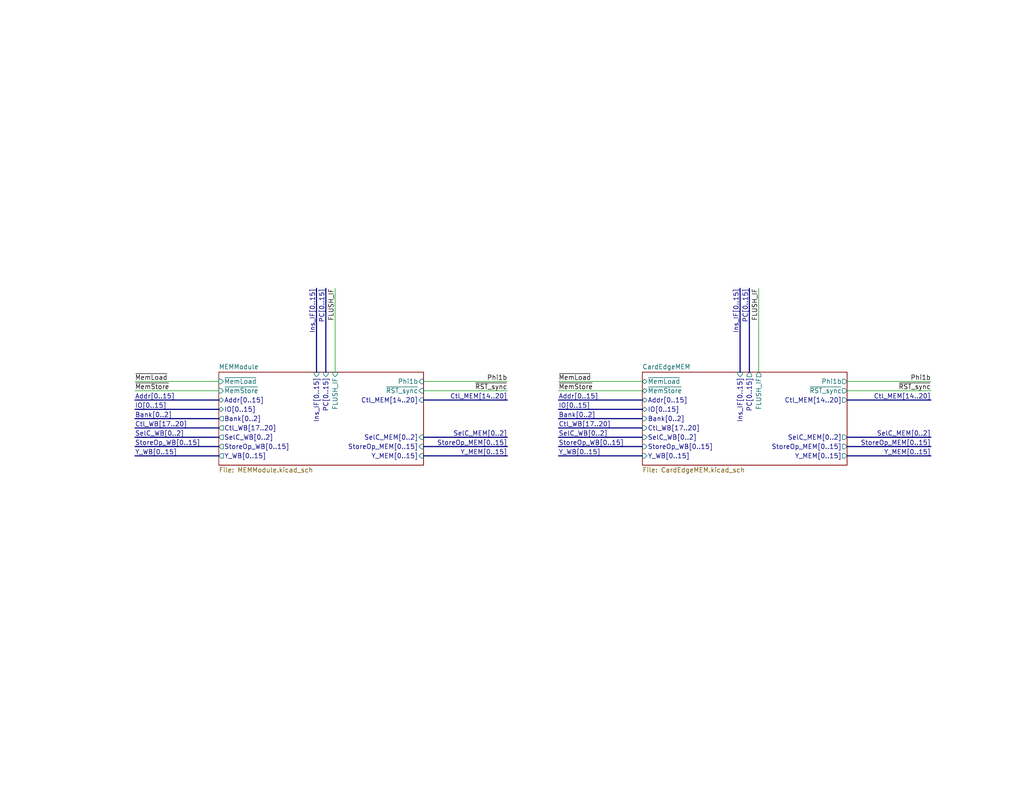
<source format=kicad_sch>
(kicad_sch
	(version 20250114)
	(generator "eeschema")
	(generator_version "9.0")
	(uuid "0734fc7f-a6cc-4e6e-9f39-47607536bc96")
	(paper "USLetter")
	(title_block
		(date "2025-07-22")
		(rev "A")
	)
	(lib_symbols)
	(bus
		(pts
			(xy 59.69 124.46) (xy 36.83 124.46)
		)
		(stroke
			(width 0)
			(type default)
		)
		(uuid "03b38c57-9822-4cb4-8eaf-67e8053bdea4")
	)
	(bus
		(pts
			(xy 138.43 121.92) (xy 115.57 121.92)
		)
		(stroke
			(width 0)
			(type default)
		)
		(uuid "047d5ef0-b0a7-46ba-9985-9038aa310d90")
	)
	(bus
		(pts
			(xy 175.26 116.84) (xy 152.4 116.84)
		)
		(stroke
			(width 0)
			(type default)
		)
		(uuid "0b844819-ff67-43fa-9708-81dddb862402")
	)
	(wire
		(pts
			(xy 175.26 104.14) (xy 152.4 104.14)
		)
		(stroke
			(width 0)
			(type default)
		)
		(uuid "0d95965d-2fed-4bd9-884c-d1852159aa1d")
	)
	(bus
		(pts
			(xy 59.69 116.84) (xy 36.83 116.84)
		)
		(stroke
			(width 0)
			(type default)
		)
		(uuid "12d793ec-65ce-4707-a139-dff31ec891a0")
	)
	(bus
		(pts
			(xy 254 121.92) (xy 231.14 121.92)
		)
		(stroke
			(width 0)
			(type default)
		)
		(uuid "1e220a7f-c25b-443f-bf37-e7fd636ee74e")
	)
	(bus
		(pts
			(xy 138.43 109.22) (xy 115.57 109.22)
		)
		(stroke
			(width 0)
			(type default)
		)
		(uuid "23520f32-6b60-4fe1-aacd-adff2c86418a")
	)
	(bus
		(pts
			(xy 175.26 119.38) (xy 152.4 119.38)
		)
		(stroke
			(width 0)
			(type default)
		)
		(uuid "2d418040-40a0-4dbe-87a7-a765f9e89c77")
	)
	(bus
		(pts
			(xy 254 109.22) (xy 231.14 109.22)
		)
		(stroke
			(width 0)
			(type default)
		)
		(uuid "3029857d-c7f9-4d6c-b95d-4ae6fb772c73")
	)
	(wire
		(pts
			(xy 175.26 106.68) (xy 152.4 106.68)
		)
		(stroke
			(width 0)
			(type default)
		)
		(uuid "31dc4f65-e876-42d0-a0fc-00a44a597528")
	)
	(wire
		(pts
			(xy 254 106.68) (xy 231.14 106.68)
		)
		(stroke
			(width 0)
			(type default)
		)
		(uuid "38fba7ab-4267-49cd-91cf-ac4bd49d355f")
	)
	(bus
		(pts
			(xy 175.26 114.3) (xy 152.4 114.3)
		)
		(stroke
			(width 0)
			(type default)
		)
		(uuid "39b9a3af-ef43-4248-b152-a6a5a349348f")
	)
	(bus
		(pts
			(xy 175.26 121.92) (xy 152.4 121.92)
		)
		(stroke
			(width 0)
			(type default)
		)
		(uuid "3b231032-6063-450c-926b-b6431e266699")
	)
	(wire
		(pts
			(xy 59.69 106.68) (xy 36.83 106.68)
		)
		(stroke
			(width 0)
			(type default)
		)
		(uuid "509563f8-f49a-41bc-855b-8cbd6cca3bf5")
	)
	(bus
		(pts
			(xy 175.26 111.76) (xy 152.4 111.76)
		)
		(stroke
			(width 0)
			(type default)
		)
		(uuid "58cee836-919d-4c16-9b62-57b9d51374d6")
	)
	(wire
		(pts
			(xy 138.43 104.14) (xy 115.57 104.14)
		)
		(stroke
			(width 0)
			(type default)
		)
		(uuid "5d61dd70-3dd8-4a5a-9add-1cb2c77cf9c2")
	)
	(wire
		(pts
			(xy 254 104.14) (xy 231.14 104.14)
		)
		(stroke
			(width 0)
			(type default)
		)
		(uuid "646dbd51-c86a-4947-a67c-75e68e2e4934")
	)
	(wire
		(pts
			(xy 91.44 78.74) (xy 91.44 101.6)
		)
		(stroke
			(width 0)
			(type default)
		)
		(uuid "6da2ddf9-6b32-4f6c-b69a-880b044976a1")
	)
	(bus
		(pts
			(xy 88.9 101.6) (xy 88.9 78.74)
		)
		(stroke
			(width 0)
			(type default)
		)
		(uuid "8248f24a-ebda-4b04-a737-ba45ae42aecf")
	)
	(bus
		(pts
			(xy 59.69 111.76) (xy 36.83 111.76)
		)
		(stroke
			(width 0)
			(type default)
		)
		(uuid "85eaa0a5-d9c3-4fd2-b59c-d9bdb8b5992d")
	)
	(wire
		(pts
			(xy 59.69 104.14) (xy 36.83 104.14)
		)
		(stroke
			(width 0)
			(type default)
		)
		(uuid "88d05a8f-6834-4105-939c-604e0f80a90c")
	)
	(bus
		(pts
			(xy 59.69 109.22) (xy 36.83 109.22)
		)
		(stroke
			(width 0)
			(type default)
		)
		(uuid "9084d32e-1127-4ea4-9f58-d7a6cb004a59")
	)
	(bus
		(pts
			(xy 175.26 124.46) (xy 152.4 124.46)
		)
		(stroke
			(width 0)
			(type default)
		)
		(uuid "a06ad2e5-7dcd-4ef0-bfcf-ed8309544364")
	)
	(bus
		(pts
			(xy 175.26 109.22) (xy 152.4 109.22)
		)
		(stroke
			(width 0)
			(type default)
		)
		(uuid "a0ab355a-dee1-4818-adf8-b3947ac524b7")
	)
	(bus
		(pts
			(xy 204.47 101.6) (xy 204.47 78.74)
		)
		(stroke
			(width 0)
			(type default)
		)
		(uuid "aac4bc66-e292-48ea-bcb8-41c86057dff6")
	)
	(bus
		(pts
			(xy 254 124.46) (xy 231.14 124.46)
		)
		(stroke
			(width 0)
			(type default)
		)
		(uuid "afd8c6c3-c07d-4734-9004-8ece260a217d")
	)
	(wire
		(pts
			(xy 138.43 106.68) (xy 115.57 106.68)
		)
		(stroke
			(width 0)
			(type default)
		)
		(uuid "b5525105-4f41-49ce-8845-96f826e37b86")
	)
	(bus
		(pts
			(xy 59.69 114.3) (xy 36.83 114.3)
		)
		(stroke
			(width 0)
			(type default)
		)
		(uuid "bfa2dd93-9d47-43d5-838c-ad8284626611")
	)
	(bus
		(pts
			(xy 201.93 101.6) (xy 201.93 78.74)
		)
		(stroke
			(width 0)
			(type default)
		)
		(uuid "c1118790-c876-4354-b264-0e8185bbeed7")
	)
	(bus
		(pts
			(xy 59.69 121.92) (xy 36.83 121.92)
		)
		(stroke
			(width 0)
			(type default)
		)
		(uuid "c231b0c6-5a21-4373-89ac-7f2d35b975d5")
	)
	(bus
		(pts
			(xy 138.43 119.38) (xy 115.57 119.38)
		)
		(stroke
			(width 0)
			(type default)
		)
		(uuid "c5ffa8d9-70f4-4a4c-a44e-265651b9c436")
	)
	(bus
		(pts
			(xy 254 119.38) (xy 231.14 119.38)
		)
		(stroke
			(width 0)
			(type default)
		)
		(uuid "c86dc85d-7506-408a-8a20-b140bfe264c7")
	)
	(bus
		(pts
			(xy 86.36 101.6) (xy 86.36 78.74)
		)
		(stroke
			(width 0)
			(type default)
		)
		(uuid "d22c3e09-6723-4809-b716-09114628b177")
	)
	(bus
		(pts
			(xy 138.43 124.46) (xy 115.57 124.46)
		)
		(stroke
			(width 0)
			(type default)
		)
		(uuid "da39113f-81ed-4cbd-9851-70b72af4f2e5")
	)
	(wire
		(pts
			(xy 207.01 78.74) (xy 207.01 101.6)
		)
		(stroke
			(width 0)
			(type default)
		)
		(uuid "eaaf2262-6e42-4163-971f-9dc53bca5e83")
	)
	(bus
		(pts
			(xy 59.69 119.38) (xy 36.83 119.38)
		)
		(stroke
			(width 0)
			(type default)
		)
		(uuid "f5ef4b7e-1f50-478a-826e-3a337d083e73")
	)
	(label "FLUSH_IF"
		(at 91.44 78.74 270)
		(effects
			(font
				(size 1.27 1.27)
			)
			(justify right bottom)
		)
		(uuid "09d7beb8-c403-4a04-9b2d-be9fda091f18")
	)
	(label "SelC_MEM[0..2]"
		(at 138.43 119.38 180)
		(effects
			(font
				(size 1.27 1.27)
			)
			(justify right bottom)
		)
		(uuid "0b81e4a2-af07-4d15-a224-cc71dd024178")
	)
	(label "Ctl_MEM[14..20]"
		(at 254 109.22 180)
		(effects
			(font
				(size 1.27 1.27)
			)
			(justify right bottom)
		)
		(uuid "0bb46384-87a3-47e6-b423-a1481d9d8fda")
	)
	(label "Y_WB[0..15]"
		(at 36.83 124.46 0)
		(effects
			(font
				(size 1.27 1.27)
			)
			(justify left bottom)
		)
		(uuid "0cc3d77c-68e2-4d2e-95fd-8298e4d3c196")
	)
	(label "~{RST_sync}"
		(at 138.43 106.68 180)
		(effects
			(font
				(size 1.27 1.27)
			)
			(justify right bottom)
		)
		(uuid "1480e018-133c-4ede-8c9e-a59635be4456")
	)
	(label "~{MemLoad}"
		(at 152.4 104.14 0)
		(effects
			(font
				(size 1.27 1.27)
			)
			(justify left bottom)
		)
		(uuid "19f012bf-f1b3-4536-b274-0c41c41ce7e6")
	)
	(label "Y_MEM[0..15]"
		(at 254 124.46 180)
		(effects
			(font
				(size 1.27 1.27)
			)
			(justify right bottom)
		)
		(uuid "2c2cd5b2-13fa-4edd-a729-5a8bf9a80953")
	)
	(label "Ctl_MEM[14..20]"
		(at 138.43 109.22 180)
		(effects
			(font
				(size 1.27 1.27)
			)
			(justify right bottom)
		)
		(uuid "2d3150cd-6986-4643-96c9-381f0c12a609")
	)
	(label "Y_WB[0..15]"
		(at 152.4 124.46 0)
		(effects
			(font
				(size 1.27 1.27)
			)
			(justify left bottom)
		)
		(uuid "40469fc2-cac1-4c45-b764-b82906a43cc8")
	)
	(label "~{RST_sync}"
		(at 254 106.68 180)
		(effects
			(font
				(size 1.27 1.27)
			)
			(justify right bottom)
		)
		(uuid "442a4331-a8a8-47c4-a29d-cdf87d2ba873")
	)
	(label "Bank[0..2]"
		(at 36.83 114.3 0)
		(effects
			(font
				(size 1.27 1.27)
			)
			(justify left bottom)
		)
		(uuid "57dd1805-e9ef-475c-bcd5-3729177cb9d8")
	)
	(label "Phi1b"
		(at 254 104.14 180)
		(effects
			(font
				(size 1.27 1.27)
			)
			(justify right bottom)
		)
		(uuid "581d621b-6098-4067-a5f3-c883b08836e8")
	)
	(label "StoreOp_MEM[0..15]"
		(at 254 121.92 180)
		(effects
			(font
				(size 1.27 1.27)
			)
			(justify right bottom)
		)
		(uuid "62ada758-54c6-4906-82de-edba615f3321")
	)
	(label "SelC_MEM[0..2]"
		(at 254 119.38 180)
		(effects
			(font
				(size 1.27 1.27)
			)
			(justify right bottom)
		)
		(uuid "6435c91b-3fa0-4aef-af11-c884bec11ab7")
	)
	(label "~{MemStore}"
		(at 152.4 106.68 0)
		(effects
			(font
				(size 1.27 1.27)
			)
			(justify left bottom)
		)
		(uuid "67356ae9-4e88-408f-ab26-2315d73e51bc")
	)
	(label "Ctl_WB[17..20]"
		(at 152.4 116.84 0)
		(effects
			(font
				(size 1.27 1.27)
			)
			(justify left bottom)
		)
		(uuid "69793b82-9134-4b2b-802a-9030a9538d70")
	)
	(label "IO[0..15]"
		(at 152.4 111.76 0)
		(effects
			(font
				(size 1.27 1.27)
			)
			(justify left bottom)
		)
		(uuid "697a731d-8abf-4b12-bff8-991078fc3289")
	)
	(label "Ctl_WB[17..20]"
		(at 36.83 116.84 0)
		(effects
			(font
				(size 1.27 1.27)
			)
			(justify left bottom)
		)
		(uuid "705de7b9-888d-44ac-9f68-31c65ad34908")
	)
	(label "StoreOp_WB[0..15]"
		(at 152.4 121.92 0)
		(effects
			(font
				(size 1.27 1.27)
			)
			(justify left bottom)
		)
		(uuid "7437066d-981a-4a78-822b-2e2cb07b2d68")
	)
	(label "Addr[0..15]"
		(at 152.4 109.22 0)
		(effects
			(font
				(size 1.27 1.27)
			)
			(justify left bottom)
		)
		(uuid "7ef44ed8-9904-497f-8fc7-a2b4f904b418")
	)
	(label "~{MemStore}"
		(at 36.83 106.68 0)
		(effects
			(font
				(size 1.27 1.27)
			)
			(justify left bottom)
		)
		(uuid "830ea955-fe94-4c91-af5c-4b7b58842a95")
	)
	(label "StoreOp_MEM[0..15]"
		(at 138.43 121.92 180)
		(effects
			(font
				(size 1.27 1.27)
			)
			(justify right bottom)
		)
		(uuid "83312568-c8aa-44c1-96a7-6ec7939b186d")
	)
	(label "Ins_IF[0..15]"
		(at 201.93 78.74 270)
		(effects
			(font
				(size 1.27 1.27)
			)
			(justify right bottom)
		)
		(uuid "89548b8e-4ba5-4e7a-b668-5aad240285c4")
	)
	(label "FLUSH_IF"
		(at 207.01 78.74 270)
		(effects
			(font
				(size 1.27 1.27)
			)
			(justify right bottom)
		)
		(uuid "8a300bb5-c16a-47e0-a85a-f16506516552")
	)
	(label "Bank[0..2]"
		(at 152.4 114.3 0)
		(effects
			(font
				(size 1.27 1.27)
			)
			(justify left bottom)
		)
		(uuid "8a71dbcc-3fe1-4a14-b54e-43946b817527")
	)
	(label "~{MemLoad}"
		(at 36.83 104.14 0)
		(effects
			(font
				(size 1.27 1.27)
			)
			(justify left bottom)
		)
		(uuid "92e0b277-e959-428d-8faa-670308814a79")
	)
	(label "Addr[0..15]"
		(at 36.83 109.22 0)
		(effects
			(font
				(size 1.27 1.27)
			)
			(justify left bottom)
		)
		(uuid "9c452e3f-b58e-44b6-82ce-71cdc4c78dd9")
	)
	(label "IO[0..15]"
		(at 36.83 111.76 0)
		(effects
			(font
				(size 1.27 1.27)
			)
			(justify left bottom)
		)
		(uuid "a54a9eb4-a293-44c0-b2b1-61c0349c9845")
	)
	(label "StoreOp_WB[0..15]"
		(at 36.83 121.92 0)
		(effects
			(font
				(size 1.27 1.27)
			)
			(justify left bottom)
		)
		(uuid "a7fd0b90-d02f-4469-a1fd-ee3a2ed4cb8f")
	)
	(label "Ins_IF[0..15]"
		(at 86.36 78.74 270)
		(effects
			(font
				(size 1.27 1.27)
			)
			(justify right bottom)
		)
		(uuid "a97d08ef-32f2-4722-bd6c-f59c2e359dbe")
	)
	(label "SelC_WB[0..2]"
		(at 152.4 119.38 0)
		(effects
			(font
				(size 1.27 1.27)
			)
			(justify left bottom)
		)
		(uuid "b22a9681-57d8-465b-856e-58b4be76fd9e")
	)
	(label "PC[0..15]"
		(at 204.47 78.74 270)
		(effects
			(font
				(size 1.27 1.27)
			)
			(justify right bottom)
		)
		(uuid "b518684d-be9b-4d82-b2c9-9ecd28bc92b3")
	)
	(label "Y_MEM[0..15]"
		(at 138.43 124.46 180)
		(effects
			(font
				(size 1.27 1.27)
			)
			(justify right bottom)
		)
		(uuid "bcc0911b-30b0-4402-94d1-9ef96d4eda78")
	)
	(label "PC[0..15]"
		(at 88.9 78.74 270)
		(effects
			(font
				(size 1.27 1.27)
			)
			(justify right bottom)
		)
		(uuid "c48ef1b7-1963-4e91-b9f8-b0a9fb57a4db")
	)
	(label "SelC_WB[0..2]"
		(at 36.83 119.38 0)
		(effects
			(font
				(size 1.27 1.27)
			)
			(justify left bottom)
		)
		(uuid "ea4871b4-9058-4408-8b2b-efe335d278b9")
	)
	(label "Phi1b"
		(at 138.43 104.14 180)
		(effects
			(font
				(size 1.27 1.27)
			)
			(justify right bottom)
		)
		(uuid "eaae26d4-3626-4147-9bd6-e7508e753e50")
	)
	(sheet
		(at 175.26 101.6)
		(size 55.88 25.4)
		(exclude_from_sim no)
		(in_bom yes)
		(on_board yes)
		(dnp no)
		(fields_autoplaced yes)
		(stroke
			(width 0.1524)
			(type solid)
		)
		(fill
			(color 0 0 0 0.0000)
		)
		(uuid "06b5b35b-2268-417a-b89f-d8ca03f45691")
		(property "Sheetname" "CardEdgeMEM"
			(at 175.26 100.8884 0)
			(effects
				(font
					(size 1.27 1.27)
				)
				(justify left bottom)
			)
		)
		(property "Sheetfile" "CardEdgeMEM.kicad_sch"
			(at 175.26 127.5846 0)
			(effects
				(font
					(size 1.27 1.27)
				)
				(justify left top)
			)
		)
		(pin "Addr[0..15]" tri_state
			(at 175.26 109.22 180)
			(uuid "3fd7f8b1-3939-40db-9e86-eede08b49026")
			(effects
				(font
					(size 1.27 1.27)
				)
				(justify left)
			)
		)
		(pin "Bank[0..2]" input
			(at 175.26 114.3 180)
			(uuid "2462567d-d0b0-460f-a663-e36c8001cb96")
			(effects
				(font
					(size 1.27 1.27)
				)
				(justify left)
			)
		)
		(pin "Ctl_MEM[14..20]" output
			(at 231.14 109.22 0)
			(uuid "9728d21a-d348-46ec-9eab-c55be1019074")
			(effects
				(font
					(size 1.27 1.27)
				)
				(justify right)
			)
		)
		(pin "Ctl_WB[17..20]" input
			(at 175.26 116.84 180)
			(uuid "4e0ffac5-6468-4258-a585-902c9d074ff8")
			(effects
				(font
					(size 1.27 1.27)
				)
				(justify left)
			)
		)
		(pin "FLUSH_IF" output
			(at 207.01 101.6 90)
			(uuid "d3d24506-1322-46e5-93f9-850d68d51c00")
			(effects
				(font
					(size 1.27 1.27)
				)
				(justify right)
			)
		)
		(pin "Ins_IF[0..15]" input
			(at 201.93 101.6 90)
			(uuid "0345948a-ea9e-46cb-895d-c440dd4925ae")
			(effects
				(font
					(size 1.27 1.27)
				)
				(justify right)
			)
		)
		(pin "IO[0..15]" tri_state
			(at 175.26 111.76 180)
			(uuid "5a609028-eafd-4fe4-8a72-89a75af91084")
			(effects
				(font
					(size 1.27 1.27)
				)
				(justify left)
			)
		)
		(pin "PC[0..15]" output
			(at 204.47 101.6 90)
			(uuid "552f662d-2358-469e-b868-d564d8ff789a")
			(effects
				(font
					(size 1.27 1.27)
				)
				(justify right)
			)
		)
		(pin "Phi1b" output
			(at 231.14 104.14 0)
			(uuid "350f1395-803a-4b1d-ae23-a2b3c3cf056a")
			(effects
				(font
					(size 1.27 1.27)
				)
				(justify right)
			)
		)
		(pin "SelC_MEM[0..2]" output
			(at 231.14 119.38 0)
			(uuid "d5e35511-aae1-4d7e-8afd-941b4c131c4d")
			(effects
				(font
					(size 1.27 1.27)
				)
				(justify right)
			)
		)
		(pin "SelC_WB[0..2]" input
			(at 175.26 119.38 180)
			(uuid "ff43b4ae-b5c3-4f3f-ada6-c8eeba3509ca")
			(effects
				(font
					(size 1.27 1.27)
				)
				(justify left)
			)
		)
		(pin "StoreOp_MEM[0..15]" output
			(at 231.14 121.92 0)
			(uuid "7bb56c59-8855-4538-9097-e67752593412")
			(effects
				(font
					(size 1.27 1.27)
				)
				(justify right)
			)
		)
		(pin "StoreOp_WB[0..15]" input
			(at 175.26 121.92 180)
			(uuid "e085e86e-31be-45da-852c-f6ed376f5b61")
			(effects
				(font
					(size 1.27 1.27)
				)
				(justify left)
			)
		)
		(pin "Y_MEM[0..15]" output
			(at 231.14 124.46 0)
			(uuid "e9b8d255-04e1-45ea-a7c3-3e77bd9b5595")
			(effects
				(font
					(size 1.27 1.27)
				)
				(justify right)
			)
		)
		(pin "Y_WB[0..15]" input
			(at 175.26 124.46 180)
			(uuid "02136bc2-7cfb-4635-bec2-b93a59560cfb")
			(effects
				(font
					(size 1.27 1.27)
				)
				(justify left)
			)
		)
		(pin "~{MemLoad}" tri_state
			(at 175.26 104.14 180)
			(uuid "7ca6c019-1209-4c29-85ef-38ed481ea2ef")
			(effects
				(font
					(size 1.27 1.27)
				)
				(justify left)
			)
		)
		(pin "~{MemStore}" tri_state
			(at 175.26 106.68 180)
			(uuid "f1ed85a0-d136-4c88-a7eb-aab62b49228e")
			(effects
				(font
					(size 1.27 1.27)
				)
				(justify left)
			)
		)
		(pin "~{RST_sync}" output
			(at 231.14 106.68 0)
			(uuid "af18782d-b45b-4f64-8c3f-b20179b10a69")
			(effects
				(font
					(size 1.27 1.27)
				)
				(justify right)
			)
		)
		(instances
			(project ""
				(path "/0734fc7f-a6cc-4e6e-9f39-47607536bc96"
					(page "12")
				)
			)
		)
	)
	(sheet
		(at 59.69 101.6)
		(size 55.88 25.4)
		(exclude_from_sim no)
		(in_bom yes)
		(on_board yes)
		(dnp no)
		(fields_autoplaced yes)
		(stroke
			(width 0.1524)
			(type solid)
		)
		(fill
			(color 0 0 0 0.0000)
		)
		(uuid "15226c01-8e12-4b81-9562-5f5a5e30fa57")
		(property "Sheetname" "MEMModule"
			(at 59.69 100.8884 0)
			(effects
				(font
					(size 1.27 1.27)
				)
				(justify left bottom)
			)
		)
		(property "Sheetfile" "MEMModule.kicad_sch"
			(at 59.69 127.5846 0)
			(effects
				(font
					(size 1.27 1.27)
				)
				(justify left top)
			)
		)
		(pin "Ctl_WB[17..20]" output
			(at 59.69 116.84 180)
			(uuid "141ea8da-d03a-4533-a541-9aa9a06713d0")
			(effects
				(font
					(size 1.27 1.27)
				)
				(justify left)
			)
		)
		(pin "SelC_WB[0..2]" output
			(at 59.69 119.38 180)
			(uuid "8727d753-bb34-44d1-9663-b4b5108f888f")
			(effects
				(font
					(size 1.27 1.27)
				)
				(justify left)
			)
		)
		(pin "StoreOp_WB[0..15]" output
			(at 59.69 121.92 180)
			(uuid "bddbdbfb-3f1f-40ec-8809-f3570cc3868b")
			(effects
				(font
					(size 1.27 1.27)
				)
				(justify left)
			)
		)
		(pin "Y_WB[0..15]" output
			(at 59.69 124.46 180)
			(uuid "705cd292-360a-40b5-85a5-80f0d155076f")
			(effects
				(font
					(size 1.27 1.27)
				)
				(justify left)
			)
		)
		(pin "Addr[0..15]" tri_state
			(at 59.69 109.22 180)
			(uuid "85bdeae8-827a-48e1-b14c-839d69de5eb3")
			(effects
				(font
					(size 1.27 1.27)
				)
				(justify left)
			)
		)
		(pin "Bank[0..2]" output
			(at 59.69 114.3 180)
			(uuid "69161a2a-a75f-4bb1-9934-4f25e0e37b92")
			(effects
				(font
					(size 1.27 1.27)
				)
				(justify left)
			)
		)
		(pin "Ctl_MEM[14..20]" input
			(at 115.57 109.22 0)
			(uuid "d46c380b-b7a1-448c-a93d-5084a63e118a")
			(effects
				(font
					(size 1.27 1.27)
				)
				(justify right)
			)
		)
		(pin "FLUSH_IF" input
			(at 91.44 101.6 90)
			(uuid "a2d39be4-06f6-49ed-a590-7ba5b2e537b0")
			(effects
				(font
					(size 1.27 1.27)
				)
				(justify right)
			)
		)
		(pin "Ins_IF[0..15]" input
			(at 86.36 101.6 90)
			(uuid "57527701-e6c5-4793-8847-7ffe4c0783a8")
			(effects
				(font
					(size 1.27 1.27)
				)
				(justify right)
			)
		)
		(pin "IO[0..15]" tri_state
			(at 59.69 111.76 180)
			(uuid "c8bbb10d-4b08-43fd-a500-eb4cf1911786")
			(effects
				(font
					(size 1.27 1.27)
				)
				(justify left)
			)
		)
		(pin "PC[0..15]" input
			(at 88.9 101.6 90)
			(uuid "62b674b5-b683-4c49-8ecb-8ccb2c777c35")
			(effects
				(font
					(size 1.27 1.27)
				)
				(justify right)
			)
		)
		(pin "Phi1b" input
			(at 115.57 104.14 0)
			(uuid "c74c0282-a445-4179-912c-77325f072985")
			(effects
				(font
					(size 1.27 1.27)
				)
				(justify right)
			)
		)
		(pin "SelC_MEM[0..2]" input
			(at 115.57 119.38 0)
			(uuid "1b168fc2-7e98-4976-8bd3-d970299e5dc1")
			(effects
				(font
					(size 1.27 1.27)
				)
				(justify right)
			)
		)
		(pin "StoreOp_MEM[0..15]" input
			(at 115.57 121.92 0)
			(uuid "6c285abd-ea17-4185-834e-c4314c5933d4")
			(effects
				(font
					(size 1.27 1.27)
				)
				(justify right)
			)
		)
		(pin "Y_MEM[0..15]" input
			(at 115.57 124.46 0)
			(uuid "1db1fb8e-9178-4ae9-8f4b-83d0b9d6ff4d")
			(effects
				(font
					(size 1.27 1.27)
				)
				(justify right)
			)
		)
		(pin "~{MemLoad}" input
			(at 59.69 104.14 180)
			(uuid "fd6ae75c-fb2c-4016-acf8-4f7fb6290793")
			(effects
				(font
					(size 1.27 1.27)
				)
				(justify left)
			)
		)
		(pin "~{MemStore}" input
			(at 59.69 106.68 180)
			(uuid "b9f1b690-a158-4aec-bf6d-6833f7e2880e")
			(effects
				(font
					(size 1.27 1.27)
				)
				(justify left)
			)
		)
		(pin "~{RST_sync}" input
			(at 115.57 106.68 0)
			(uuid "f60c5147-feac-4dd1-8acc-e7fc82212164")
			(effects
				(font
					(size 1.27 1.27)
				)
				(justify right)
			)
		)
		(instances
			(project ""
				(path "/0734fc7f-a6cc-4e6e-9f39-47607536bc96"
					(page "13")
				)
			)
		)
	)
	(sheet_instances
		(path "/"
			(page "1")
		)
	)
	(embedded_fonts no)
)

</source>
